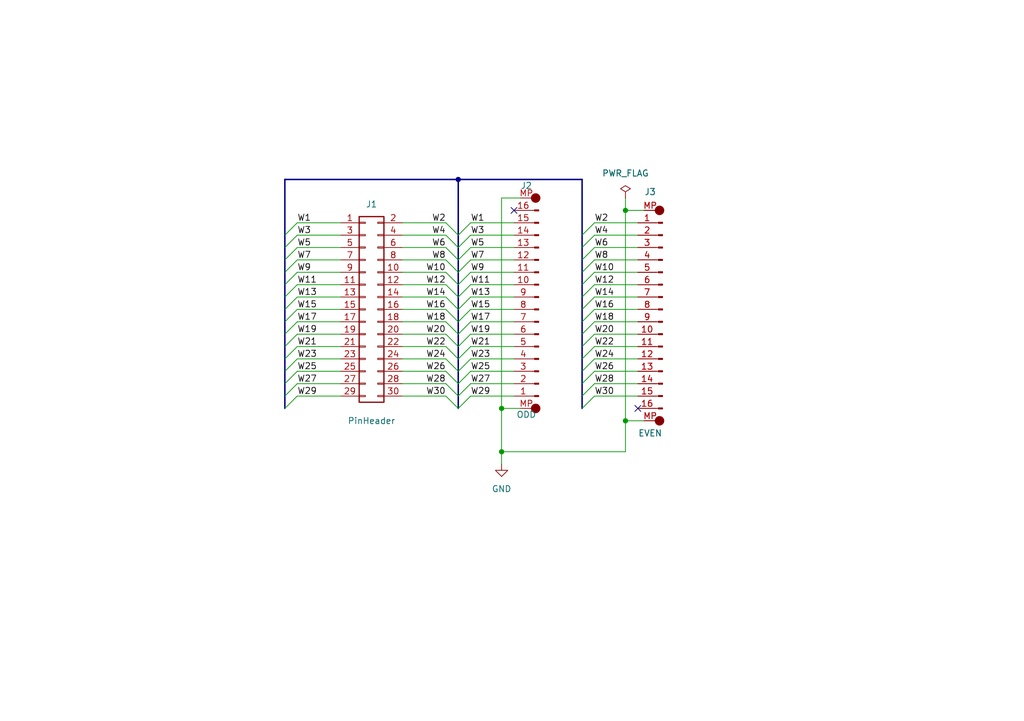
<source format=kicad_sch>
(kicad_sch (version 20231120) (generator "eeschema") (generator_version "8.0")
  (paper "A5")
  (lib_symbols
    (symbol "local:Conn_01x16_Pin" (pin_names (offset 1.016) hide)
      (property "Reference" "J" (at -0.254 25.4 0))
      (property "Value" "Conn_01x16_Pin" (at -0.254 -27.432 0))
      (symbol "Conn_01x16_Pin_1_1"
        (circle (center -1.905 -21.59) (radius 0.898) (fill (type outline)))
        (circle (center -1.905 21.59) (radius 0.898) (fill (type outline)))
        (rectangle (start -1.6764 -18.923) (end -2.54 -19.177) (stroke (width 0.1524)) (fill (type outline)))
        (rectangle (start -1.6764 -16.383) (end -2.54 -16.637) (stroke (width 0.1524)) (fill (type outline)))
        (rectangle (start -1.6764 -13.843) (end -2.54 -14.097) (stroke (width 0.1524)) (fill (type outline)))
        (rectangle (start -1.6764 -11.303) (end -2.54 -11.557) (stroke (width 0.1524)) (fill (type outline)))
        (rectangle (start -1.6764 -8.763) (end -2.54 -9.017) (stroke (width 0.1524)) (fill (type outline)))
        (rectangle (start -1.6764 -6.223) (end -2.54 -6.477) (stroke (width 0.1524)) (fill (type outline)))
        (rectangle (start -1.6764 -3.683) (end -2.54 -3.937) (stroke (width 0.1524)) (fill (type outline)))
        (rectangle (start -1.6764 -1.143) (end -2.54 -1.397) (stroke (width 0.1524)) (fill (type outline)))
        (rectangle (start -1.6764 1.397) (end -2.54 1.143) (stroke (width 0.1524)) (fill (type outline)))
        (rectangle (start -1.6764 3.937) (end -2.54 3.683) (stroke (width 0.1524)) (fill (type outline)))
        (rectangle (start -1.6764 6.477) (end -2.54 6.223) (stroke (width 0.1524)) (fill (type outline)))
        (rectangle (start -1.6764 9.017) (end -2.54 8.763) (stroke (width 0.1524)) (fill (type outline)))
        (rectangle (start -1.6764 11.557) (end -2.54 11.303) (stroke (width 0.1524)) (fill (type outline)))
        (rectangle (start -1.6764 14.097) (end -2.54 13.843) (stroke (width 0.1524)) (fill (type outline)))
        (rectangle (start -1.6764 16.637) (end -2.54 16.383) (stroke (width 0.1524)) (fill (type outline)))
        (rectangle (start -1.6764 19.177) (end -2.54 18.923) (stroke (width 0.1524)) (fill (type outline)))
        (polyline (pts (xy -1.27 -19.05) (xy -1.6764 -19.05)) (stroke (width 0.1524)))
        (polyline (pts (xy -1.27 -16.51) (xy -1.6764 -16.51)) (stroke (width 0.1524)))
        (polyline (pts (xy -1.27 -13.97) (xy -1.6764 -13.97)) (stroke (width 0.1524)))
        (polyline (pts (xy -1.27 -11.43) (xy -1.6764 -11.43)) (stroke (width 0.1524)))
        (polyline (pts (xy -1.27 -8.89) (xy -1.6764 -8.89)) (stroke (width 0.1524)))
        (polyline (pts (xy -1.27 -6.35) (xy -1.6764 -6.35)) (stroke (width 0.1524)))
        (polyline (pts (xy -1.27 -3.81) (xy -1.6764 -3.81)) (stroke (width 0.1524)))
        (polyline (pts (xy -1.27 -1.27) (xy -1.6764 -1.27)) (stroke (width 0.1524)))
        (polyline (pts (xy -1.27 1.27) (xy -1.6764 1.27)) (stroke (width 0.1524)))
        (polyline (pts (xy -1.27 3.81) (xy -1.6764 3.81)) (stroke (width 0.1524)))
        (polyline (pts (xy -1.27 6.35) (xy -1.6764 6.35)) (stroke (width 0.1524)))
        (polyline (pts (xy -1.27 8.89) (xy -1.6764 8.89)) (stroke (width 0.1524)))
        (polyline (pts (xy -1.27 11.43) (xy -1.6764 11.43)) (stroke (width 0.1524)))
        (polyline (pts (xy -1.27 13.97) (xy -1.6764 13.97)) (stroke (width 0.1524)))
        (polyline (pts (xy -1.27 16.51) (xy -1.6764 16.51)) (stroke (width 0.1524)))
        (polyline (pts (xy -1.27 19.05) (xy -1.6764 19.05)) (stroke (width 0.1524)))
        (pin passive line (at 2.54 19.05 180) (length 3.81) (name "Pin_1") (number "1"))
        (pin passive line (at 2.54 -3.81 180) (length 3.81) (name "Pin_10") (number "10"))
        (pin passive line (at 2.54 -6.35 180) (length 3.81) (name "Pin_11") (number "11"))
        (pin passive line (at 2.54 -8.89 180) (length 3.81) (name "Pin_12") (number "12"))
        (pin passive line (at 2.54 -11.43 180) (length 3.81) (name "Pin_13") (number "13"))
        (pin passive line (at 2.54 -13.97 180) (length 3.81) (name "Pin_14") (number "14"))
        (pin passive line (at 2.54 -16.51 180) (length 3.81) (name "Pin_15") (number "15"))
        (pin passive line (at 2.54 -19.05 180) (length 3.81) (name "Pin_16") (number "16"))
        (pin passive line (at 2.54 16.51 180) (length 3.81) (name "Pin_2") (number "2"))
        (pin passive line (at 2.54 13.97 180) (length 3.81) (name "Pin_3") (number "3"))
        (pin passive line (at 2.54 11.43 180) (length 3.81) (name "Pin_4") (number "4"))
        (pin passive line (at 2.54 8.89 180) (length 3.81) (name "Pin_5") (number "5"))
        (pin passive line (at 2.54 6.35 180) (length 3.81) (name "Pin_6") (number "6"))
        (pin passive line (at 2.54 3.81 180) (length 3.81) (name "Pin_7") (number "7"))
        (pin passive line (at 2.54 1.27 180) (length 3.81) (name "Pin_8") (number "8"))
        (pin passive line (at 2.54 -1.27 180) (length 3.81) (name "Pin_9") (number "9"))
        (pin input line (at 1.27 -21.59 180) (length 2.54) (name "MP") (number "MP"))
        (pin input line (at 1.27 21.59 180) (length 2.54) (name "MP") (number "MP"))
      )
    )
    (symbol "local:Conn_02x15_Odd_Even" (pin_names (offset 1.016) hide)
      (property "Reference" "J" (at 0 20.32 0))
      (property "Value" "Conn_02x15_Odd_Even" (at 0 -20.32 0))
      (symbol "Conn_02x15_Odd_Even_1_1"
        (rectangle (start -2.54 -17.653) (end -1.27 -17.907) (stroke (width 0.1524)))
        (rectangle (start -2.54 -15.113) (end -1.27 -15.367) (stroke (width 0.1524)))
        (rectangle (start -2.54 -12.573) (end -1.27 -12.827) (stroke (width 0.1524)))
        (rectangle (start -2.54 -10.033) (end -1.27 -10.287) (stroke (width 0.1524)))
        (rectangle (start -2.54 -7.493) (end -1.27 -7.747) (stroke (width 0.1524)))
        (rectangle (start -2.54 -4.953) (end -1.27 -5.207) (stroke (width 0.1524)))
        (rectangle (start -2.54 -2.413) (end -1.27 -2.667) (stroke (width 0.1524)))
        (rectangle (start -2.54 0.127) (end -1.27 -0.127) (stroke (width 0.1524)))
        (rectangle (start -2.54 2.667) (end -1.27 2.413) (stroke (width 0.1524)))
        (rectangle (start -2.54 5.207) (end -1.27 4.953) (stroke (width 0.1524)))
        (rectangle (start -2.54 7.747) (end -1.27 7.493) (stroke (width 0.1524)))
        (rectangle (start -2.54 10.287) (end -1.27 10.033) (stroke (width 0.1524)))
        (rectangle (start -2.54 12.827) (end -1.27 12.573) (stroke (width 0.1524)))
        (rectangle (start -2.54 15.367) (end -1.27 15.113) (stroke (width 0.1524)))
        (rectangle (start -2.54 17.907) (end -1.27 17.653) (stroke (width 0.1524)))
        (rectangle (start -2.54 19.05) (end 2.54 -19.05) (stroke (width 0.254)))
        (rectangle (start 2.54 -17.653) (end 1.27 -17.907) (stroke (width 0.1524)))
        (rectangle (start 2.54 -15.113) (end 1.27 -15.367) (stroke (width 0.1524)))
        (rectangle (start 2.54 -12.573) (end 1.27 -12.827) (stroke (width 0.1524)))
        (rectangle (start 2.54 -10.033) (end 1.27 -10.287) (stroke (width 0.1524)))
        (rectangle (start 2.54 -7.493) (end 1.27 -7.747) (stroke (width 0.1524)))
        (rectangle (start 2.54 -4.953) (end 1.27 -5.207) (stroke (width 0.1524)))
        (rectangle (start 2.54 -2.413) (end 1.27 -2.667) (stroke (width 0.1524)))
        (rectangle (start 2.54 0.127) (end 1.27 -0.127) (stroke (width 0.1524)))
        (rectangle (start 2.54 2.667) (end 1.27 2.413) (stroke (width 0.1524)))
        (rectangle (start 2.54 5.207) (end 1.27 4.953) (stroke (width 0.1524)))
        (rectangle (start 2.54 7.747) (end 1.27 7.493) (stroke (width 0.1524)))
        (rectangle (start 2.54 10.287) (end 1.27 10.033) (stroke (width 0.1524)))
        (rectangle (start 2.54 12.827) (end 1.27 12.573) (stroke (width 0.1524)))
        (rectangle (start 2.54 15.367) (end 1.27 15.113) (stroke (width 0.1524)))
        (rectangle (start 2.54 17.907) (end 1.27 17.653) (stroke (width 0.1524)))
        (pin passive line (at -6.35 17.78 0) (length 3.81) (name "Pin_1") (number "1"))
        (pin passive line (at 6.35 7.62 180) (length 3.81) (name "Pin_10") (number "10"))
        (pin passive line (at -6.35 5.08 0) (length 3.81) (name "Pin_11") (number "11"))
        (pin passive line (at 6.35 5.08 180) (length 3.81) (name "Pin_12") (number "12"))
        (pin passive line (at -6.35 2.54 0) (length 3.81) (name "Pin_13") (number "13"))
        (pin passive line (at 6.35 2.54 180) (length 3.81) (name "Pin_14") (number "14"))
        (pin passive line (at -6.35 0 0) (length 3.81) (name "Pin_15") (number "15"))
        (pin passive line (at 6.35 0 180) (length 3.81) (name "Pin_16") (number "16"))
        (pin passive line (at -6.35 -2.54 0) (length 3.81) (name "Pin_17") (number "17"))
        (pin passive line (at 6.35 -2.54 180) (length 3.81) (name "Pin_18") (number "18"))
        (pin passive line (at -6.35 -5.08 0) (length 3.81) (name "Pin_19") (number "19"))
        (pin passive line (at 6.35 17.78 180) (length 3.81) (name "Pin_2") (number "2"))
        (pin passive line (at 6.35 -5.08 180) (length 3.81) (name "Pin_20") (number "20"))
        (pin passive line (at -6.35 -7.62 0) (length 3.81) (name "Pin_21") (number "21"))
        (pin passive line (at 6.35 -7.62 180) (length 3.81) (name "Pin_22") (number "22"))
        (pin passive line (at -6.35 -10.16 0) (length 3.81) (name "Pin_23") (number "23"))
        (pin passive line (at 6.35 -10.16 180) (length 3.81) (name "Pin_24") (number "24"))
        (pin passive line (at -6.35 -12.7 0) (length 3.81) (name "Pin_25") (number "25"))
        (pin passive line (at 6.35 -12.7 180) (length 3.81) (name "Pin_26") (number "26"))
        (pin passive line (at -6.35 -15.24 0) (length 3.81) (name "Pin_27") (number "27"))
        (pin passive line (at 6.35 -15.24 180) (length 3.81) (name "Pin_28") (number "28"))
        (pin passive line (at -6.35 -17.78 0) (length 3.81) (name "Pin_29") (number "29"))
        (pin passive line (at -6.35 15.24 0) (length 3.81) (name "Pin_3") (number "3"))
        (pin passive line (at 6.35 -17.78 180) (length 3.81) (name "Pin_30") (number "30"))
        (pin passive line (at 6.35 15.24 180) (length 3.81) (name "Pin_4") (number "4"))
        (pin passive line (at -6.35 12.7 0) (length 3.81) (name "Pin_5") (number "5"))
        (pin passive line (at 6.35 12.7 180) (length 3.81) (name "Pin_6") (number "6"))
        (pin passive line (at -6.35 10.16 0) (length 3.81) (name "Pin_7") (number "7"))
        (pin passive line (at 6.35 10.16 180) (length 3.81) (name "Pin_8") (number "8"))
        (pin passive line (at -6.35 7.62 0) (length 3.81) (name "Pin_9") (number "9"))
      )
    )
    (symbol "power:GND" (power) (pin_numbers hide) (pin_names (offset 0) hide)
      (property "Value" "GND" (at 0 -3.81 0))
      (symbol "GND_0_1"
        (polyline (pts (xy 0 0) (xy 0 -1.27) (xy 1.27 -1.27) (xy 0 -2.54) (xy -1.27 -1.27) (xy 0 -1.27)))
      )
      (symbol "GND_1_1"
        (pin power_in line (at 0 0 270) (length 0) (name "~") (number "1"))
      )
    )
    (symbol "power:PWR_FLAG" (power) (pin_numbers hide) (pin_names (offset 0) hide)
      (property "Value" "PWR_FLAG" (at 0 3.81 0))
      (symbol "PWR_FLAG_0_0"
        (pin power_out line (at 0 0 90) (length 0) (name "~") (number "1"))
      )
      (symbol "PWR_FLAG_0_1"
        (polyline (pts (xy 0 0) (xy 0 1.27) (xy -1.016 1.905) (xy 0 2.54) (xy 1.016 1.905) (xy 0 1.27)))
      )
    )
  )
  (junction (at 93.98 36.83))
  (junction (at 128.27 86.36))
  (junction (at 102.87 83.82))
  (junction (at 102.87 92.71))
  (junction (at 128.27 43.18))
  (no_connect (at 105.41 43.18))
  (no_connect (at 130.81 83.82))
  (bus_entry (at 96.52 60.96) (size -2.54 2.54))
  (bus_entry (at 91.44 66.04) (size 2.54 2.54))
  (bus_entry (at 91.44 58.42) (size 2.54 2.54))
  (bus_entry (at 91.44 48.26) (size 2.54 2.54))
  (bus_entry (at 121.92 58.42) (size -2.54 2.54))
  (bus_entry (at 91.44 45.72) (size 2.54 2.54))
  (bus_entry (at 91.44 60.96) (size 2.54 2.54))
  (bus_entry (at 121.92 53.34) (size -2.54 2.54))
  (bus_entry (at 96.52 45.72) (size -2.54 2.54))
  (bus_entry (at 121.92 45.72) (size -2.54 2.54))
  (bus_entry (at 121.92 81.28) (size -2.54 2.54))
  (bus_entry (at 91.44 50.8) (size 2.54 2.54))
  (bus_entry (at 91.44 63.5) (size 2.54 2.54))
  (bus_entry (at 60.96 71.12) (size -2.54 2.54))
  (bus_entry (at 121.92 68.58) (size -2.54 2.54))
  (bus_entry (at 96.52 71.12) (size -2.54 2.54))
  (bus_entry (at 60.96 48.26) (size -2.54 2.54))
  (bus_entry (at 96.52 76.2) (size -2.54 2.54))
  (bus_entry (at 60.96 76.2) (size -2.54 2.54))
  (bus_entry (at 91.44 55.88) (size 2.54 2.54))
  (bus_entry (at 60.96 63.5) (size -2.54 2.54))
  (bus_entry (at 91.44 78.74) (size 2.54 2.54))
  (bus_entry (at 60.96 50.8) (size -2.54 2.54))
  (bus_entry (at 60.96 68.58) (size -2.54 2.54))
  (bus_entry (at 96.52 73.66) (size -2.54 2.54))
  (bus_entry (at 121.92 48.26) (size -2.54 2.54))
  (bus_entry (at 96.52 63.5) (size -2.54 2.54))
  (bus_entry (at 121.92 73.66) (size -2.54 2.54))
  (bus_entry (at 121.92 78.74) (size -2.54 2.54))
  (bus_entry (at 121.92 60.96) (size -2.54 2.54))
  (bus_entry (at 60.96 55.88) (size -2.54 2.54))
  (bus_entry (at 91.44 53.34) (size 2.54 2.54))
  (bus_entry (at 91.44 73.66) (size 2.54 2.54))
  (bus_entry (at 60.96 81.28) (size -2.54 2.54))
  (bus_entry (at 121.92 76.2) (size -2.54 2.54))
  (bus_entry (at 91.44 68.58) (size 2.54 2.54))
  (bus_entry (at 121.92 63.5) (size -2.54 2.54))
  (bus_entry (at 60.96 58.42) (size -2.54 2.54))
  (bus_entry (at 96.52 78.74) (size -2.54 2.54))
  (bus_entry (at 60.96 78.74) (size -2.54 2.54))
  (bus_entry (at 96.52 48.26) (size -2.54 2.54))
  (bus_entry (at 60.96 73.66) (size -2.54 2.54))
  (bus_entry (at 96.52 66.04) (size -2.54 2.54))
  (bus_entry (at 96.52 53.34) (size -2.54 2.54))
  (bus_entry (at 91.44 81.28) (size 2.54 2.54))
  (bus_entry (at 60.96 60.96) (size -2.54 2.54))
  (bus_entry (at 60.96 53.34) (size -2.54 2.54))
  (bus_entry (at 121.92 50.8) (size -2.54 2.54))
  (bus_entry (at 121.92 55.88) (size -2.54 2.54))
  (bus_entry (at 96.52 68.58) (size -2.54 2.54))
  (bus_entry (at 96.52 55.88) (size -2.54 2.54))
  (bus_entry (at 60.96 66.04) (size -2.54 2.54))
  (bus_entry (at 91.44 76.2) (size 2.54 2.54))
  (bus_entry (at 91.44 71.12) (size 2.54 2.54))
  (bus_entry (at 121.92 66.04) (size -2.54 2.54))
  (bus_entry (at 96.52 50.8) (size -2.54 2.54))
  (bus_entry (at 96.52 58.42) (size -2.54 2.54))
  (bus_entry (at 96.52 81.28) (size -2.54 2.54))
  (bus_entry (at 60.96 45.72) (size -2.54 2.54))
  (bus_entry (at 121.92 71.12) (size -2.54 2.54))
  (bus (pts (xy 93.98 66.04) (xy 93.98 68.58)))
  (wire (pts (xy 128.27 43.18) (xy 128.27 86.36)))
  (bus (pts (xy 93.98 55.88) (xy 93.98 53.34)))
  (bus (pts (xy 119.38 53.34) (xy 119.38 50.8)))
  (bus (pts (xy 93.98 36.83) (xy 119.38 36.83)))
  (bus (pts (xy 93.98 53.34) (xy 93.98 50.8)))
  (wire (pts (xy 69.85 60.96) (xy 60.96 60.96)))
  (wire (pts (xy 69.85 71.12) (xy 60.96 71.12)))
  (bus (pts (xy 93.98 63.5) (xy 93.98 66.04)))
  (wire (pts (xy 105.41 73.66) (xy 96.52 73.66)))
  (wire (pts (xy 128.27 86.36) (xy 132.08 86.36)))
  (bus (pts (xy 58.42 55.88) (xy 58.42 53.34)))
  (wire (pts (xy 105.41 81.28) (xy 96.52 81.28)))
  (bus (pts (xy 93.98 50.8) (xy 93.98 48.26)))
  (bus (pts (xy 58.42 36.83) (xy 93.98 36.83)))
  (wire (pts (xy 130.81 58.42) (xy 121.92 58.42)))
  (wire (pts (xy 69.85 45.72) (xy 60.96 45.72)))
  (wire (pts (xy 105.41 78.74) (xy 96.52 78.74)))
  (wire (pts (xy 82.55 76.2) (xy 91.44 76.2)))
  (bus (pts (xy 93.98 36.83) (xy 93.98 48.26)))
  (bus (pts (xy 58.42 76.2) (xy 58.42 78.74)))
  (wire (pts (xy 105.41 45.72) (xy 96.52 45.72)))
  (bus (pts (xy 119.38 83.82) (xy 119.38 81.28)))
  (bus (pts (xy 58.42 60.96) (xy 58.42 58.42)))
  (bus (pts (xy 119.38 50.8) (xy 119.38 48.26)))
  (wire (pts (xy 102.87 92.71) (xy 128.27 92.71)))
  (wire (pts (xy 82.55 81.28) (xy 91.44 81.28)))
  (wire (pts (xy 130.81 48.26) (xy 121.92 48.26)))
  (wire (pts (xy 69.85 50.8) (xy 60.96 50.8)))
  (bus (pts (xy 119.38 66.04) (xy 119.38 63.5)))
  (wire (pts (xy 82.55 60.96) (xy 91.44 60.96)))
  (bus (pts (xy 119.38 60.96) (xy 119.38 58.42)))
  (bus (pts (xy 119.38 68.58) (xy 119.38 66.04)))
  (wire (pts (xy 105.41 76.2) (xy 96.52 76.2)))
  (wire (pts (xy 69.85 58.42) (xy 60.96 58.42)))
  (wire (pts (xy 105.41 55.88) (xy 96.52 55.88)))
  (wire (pts (xy 130.81 45.72) (xy 121.92 45.72)))
  (wire (pts (xy 130.81 71.12) (xy 121.92 71.12)))
  (bus (pts (xy 93.98 60.96) (xy 93.98 63.5)))
  (wire (pts (xy 82.55 78.74) (xy 91.44 78.74)))
  (wire (pts (xy 130.81 60.96) (xy 121.92 60.96)))
  (wire (pts (xy 130.81 66.04) (xy 121.92 66.04)))
  (bus (pts (xy 119.38 76.2) (xy 119.38 73.66)))
  (wire (pts (xy 82.55 53.34) (xy 91.44 53.34)))
  (wire (pts (xy 69.85 48.26) (xy 60.96 48.26)))
  (wire (pts (xy 69.85 68.58) (xy 60.96 68.58)))
  (bus (pts (xy 93.98 58.42) (xy 93.98 55.88)))
  (wire (pts (xy 82.55 48.26) (xy 91.44 48.26)))
  (bus (pts (xy 93.98 68.58) (xy 93.98 71.12)))
  (bus (pts (xy 119.38 48.26) (xy 119.38 36.83)))
  (bus (pts (xy 58.42 81.28) (xy 58.42 83.82)))
  (wire (pts (xy 69.85 66.04) (xy 60.96 66.04)))
  (bus (pts (xy 93.98 73.66) (xy 93.98 76.2)))
  (bus (pts (xy 58.42 66.04) (xy 58.42 68.58)))
  (wire (pts (xy 130.81 53.34) (xy 121.92 53.34)))
  (bus (pts (xy 93.98 73.66) (xy 93.98 71.12)))
  (bus (pts (xy 119.38 71.12) (xy 119.38 68.58)))
  (wire (pts (xy 105.41 50.8) (xy 96.52 50.8)))
  (wire (pts (xy 130.81 81.28) (xy 121.92 81.28)))
  (wire (pts (xy 105.41 71.12) (xy 96.52 71.12)))
  (bus (pts (xy 58.42 53.34) (xy 58.42 50.8)))
  (wire (pts (xy 69.85 55.88) (xy 60.96 55.88)))
  (wire (pts (xy 105.41 53.34) (xy 96.52 53.34)))
  (wire (pts (xy 130.81 78.74) (xy 121.92 78.74)))
  (wire (pts (xy 102.87 40.64) (xy 106.68 40.64)))
  (wire (pts (xy 130.81 55.88) (xy 121.92 55.88)))
  (bus (pts (xy 93.98 81.28) (xy 93.98 83.82)))
  (wire (pts (xy 82.55 66.04) (xy 91.44 66.04)))
  (wire (pts (xy 69.85 53.34) (xy 60.96 53.34)))
  (wire (pts (xy 130.81 76.2) (xy 121.92 76.2)))
  (bus (pts (xy 58.42 73.66) (xy 58.42 71.12)))
  (wire (pts (xy 105.41 48.26) (xy 96.52 48.26)))
  (wire (pts (xy 69.85 76.2) (xy 60.96 76.2)))
  (wire (pts (xy 69.85 73.66) (xy 60.96 73.66)))
  (bus (pts (xy 58.42 36.83) (xy 58.42 48.26)))
  (wire (pts (xy 105.41 68.58) (xy 96.52 68.58)))
  (bus (pts (xy 58.42 78.74) (xy 58.42 81.28)))
  (wire (pts (xy 105.41 58.42) (xy 96.52 58.42)))
  (wire (pts (xy 69.85 78.74) (xy 60.96 78.74)))
  (wire (pts (xy 105.41 63.5) (xy 96.52 63.5)))
  (wire (pts (xy 82.55 50.8) (xy 91.44 50.8)))
  (bus (pts (xy 119.38 78.74) (xy 119.38 76.2)))
  (wire (pts (xy 105.41 60.96) (xy 96.52 60.96)))
  (wire (pts (xy 102.87 83.82) (xy 102.87 92.71)))
  (wire (pts (xy 130.81 50.8) (xy 121.92 50.8)))
  (wire (pts (xy 128.27 86.36) (xy 128.27 92.71)))
  (wire (pts (xy 82.55 71.12) (xy 91.44 71.12)))
  (bus (pts (xy 58.42 60.96) (xy 58.42 63.5)))
  (bus (pts (xy 119.38 55.88) (xy 119.38 53.34)))
  (bus (pts (xy 58.42 63.5) (xy 58.42 66.04)))
  (bus (pts (xy 58.42 58.42) (xy 58.42 55.88)))
  (wire (pts (xy 102.87 92.71) (xy 102.87 95.25)))
  (wire (pts (xy 106.68 83.82) (xy 102.87 83.82)))
  (wire (pts (xy 128.27 40.64) (xy 128.27 43.18)))
  (wire (pts (xy 105.41 66.04) (xy 96.52 66.04)))
  (wire (pts (xy 102.87 83.82) (xy 102.87 40.64)))
  (bus (pts (xy 93.98 78.74) (xy 93.98 81.28)))
  (bus (pts (xy 58.42 73.66) (xy 58.42 76.2)))
  (bus (pts (xy 93.98 76.2) (xy 93.98 78.74)))
  (wire (pts (xy 82.55 73.66) (xy 91.44 73.66)))
  (wire (pts (xy 82.55 55.88) (xy 91.44 55.88)))
  (wire (pts (xy 130.81 63.5) (xy 121.92 63.5)))
  (wire (pts (xy 132.08 43.18) (xy 128.27 43.18)))
  (bus (pts (xy 119.38 73.66) (xy 119.38 71.12)))
  (bus (pts (xy 119.38 63.5) (xy 119.38 60.96)))
  (wire (pts (xy 82.55 58.42) (xy 91.44 58.42)))
  (wire (pts (xy 82.55 68.58) (xy 91.44 68.58)))
  (bus (pts (xy 119.38 58.42) (xy 119.38 55.88)))
  (bus (pts (xy 119.38 81.28) (xy 119.38 78.74)))
  (wire (pts (xy 69.85 63.5) (xy 60.96 63.5)))
  (wire (pts (xy 69.85 81.28) (xy 60.96 81.28)))
  (bus (pts (xy 58.42 50.8) (xy 58.42 48.26)))
  (bus (pts (xy 58.42 68.58) (xy 58.42 71.12)))
  (wire (pts (xy 82.55 45.72) (xy 91.44 45.72)))
  (wire (pts (xy 130.81 73.66) (xy 121.92 73.66)))
  (bus (pts (xy 93.98 60.96) (xy 93.98 58.42)))
  (wire (pts (xy 82.55 63.5) (xy 91.44 63.5)))
  (wire (pts (xy 130.81 68.58) (xy 121.92 68.58)))
  (label "W15" (at 96.52 63.5 0))
  (label "W8" (at 91.44 53.34 180))
  (label "W28" (at 121.92 78.74 0))
  (label "W12" (at 121.92 58.42 0))
  (label "W27" (at 60.96 78.74 0))
  (label "W16" (at 121.92 63.5 0))
  (label "W24" (at 121.92 73.66 0))
  (label "W8" (at 121.92 53.34 0))
  (label "W27" (at 96.52 78.74 0))
  (label "W19" (at 60.96 68.58 0))
  (label "W30" (at 121.92 81.28 0))
  (label "W7" (at 60.96 53.34 0))
  (label "W9" (at 96.52 55.88 0))
  (label "W1" (at 96.52 45.72 0))
  (label "W10" (at 121.92 55.88 0))
  (label "W11" (at 96.52 58.42 0))
  (label "W15" (at 60.96 63.5 0))
  (label "W22" (at 91.44 71.12 180))
  (label "W16" (at 91.44 63.5 180))
  (label "W1" (at 60.96 45.72 0))
  (label "W20" (at 121.92 68.58 0))
  (label "W11" (at 60.96 58.42 0))
  (label "W6" (at 121.92 50.8 0))
  (label "W20" (at 91.44 68.58 180))
  (label "W14" (at 121.92 60.96 0))
  (label "W13" (at 60.96 60.96 0))
  (label "W5" (at 96.52 50.8 0))
  (label "W10" (at 91.44 55.88 180))
  (label "W23" (at 60.96 73.66 0))
  (label "W28" (at 91.44 78.74 180))
  (label "W19" (at 96.52 68.58 0))
  (label "W13" (at 96.52 60.96 0))
  (label "W4" (at 121.92 48.26 0))
  (label "W21" (at 60.96 71.12 0))
  (label "W22" (at 121.92 71.12 0))
  (label "W17" (at 96.52 66.04 0))
  (label "W23" (at 96.52 73.66 0))
  (label "W5" (at 60.96 50.8 0))
  (label "W9" (at 60.96 55.88 0))
  (label "W18" (at 121.92 66.04 0))
  (label "W3" (at 60.96 48.26 0))
  (label "W12" (at 91.44 58.42 180))
  (label "W24" (at 91.44 73.66 180))
  (label "W30" (at 91.44 81.28 180))
  (label "W29" (at 60.96 81.28 0))
  (label "W21" (at 96.52 71.12 0))
  (label "W7" (at 96.52 53.34 0))
  (label "W25" (at 60.96 76.2 0))
  (label "W29" (at 96.52 81.28 0))
  (label "W18" (at 91.44 66.04 180))
  (label "W26" (at 121.92 76.2 0))
  (label "W25" (at 96.52 76.2 0))
  (label "W26" (at 91.44 76.2 180))
  (label "W17" (at 60.96 66.04 0))
  (label "W2" (at 121.92 45.72 0))
  (label "W2" (at 91.44 45.72 180))
  (label "W6" (at 91.44 50.8 180))
  (label "W4" (at 91.44 48.26 180))
  (label "W3" (at 96.52 48.26 0))
  (label "W14" (at 91.44 60.96 180))
  (symbol (lib_id "local:Conn_02x15_Odd_Even") (at 76.2 63.5 0) (unit 1)
    (property "Reference" "J1" (at 76.2 41.91 0))
    (property "Value" "PinHeader" (at 76.2 86.36 0))
    (property "Footprint" "Connector_PinHeader_2.54mm:PinHeader_2x15_P2.54mm_Horizontal" (effects (hide yes)))
    (property "Description" "Generic connector, double row, 02x15, odd/even pin numbering scheme (row 1 odd numbers, row 2 even numbers), script generated (kicad-library-utils/schlib/autogen/connector/)" (effects (hide yes)))
  )
  (symbol (lib_name "local:Conn_01x16_Pin") (lib_id "local:Conn_01x16_Pin") (at 133.35 64.77 0) (mirror y) (unit 1)
    (property "Reference" "J3" (at 133.35 39.37 0))
    (property "Value" "EVEN" (at 133.35 88.9 0))
    (property "Footprint" "Connector_FFC-FPC:Hirose_FH12-16S-0.5SH_1x16-1MP_P0.50mm_Horizontal" (effects (hide yes)))
    (property "Description" "Generic connector, single row, 01x16, script generated" (effects (hide yes)))
  )
  (symbol (lib_id "power:GND") (at 102.87 95.25 0) (unit 1)
    (property "Reference" "#PWR01" (effects (hide yes)))
    (property "Value" "GND" (at 102.87 100.33 0))
    (property "Description" "Power symbol creates a global label with name \"GND\" , ground" (effects (hide yes)))
  )
  (symbol (lib_id "power:PWR_FLAG") (at 128.27 40.64 0) (unit 1)
    (property "Reference" "#FLG01" (effects (hide yes)))
    (property "Value" "PWR_FLAG" (at 128.27 35.56 0))
    (property "Description" "Special symbol for telling ERC where power comes from" (effects (hide yes)))
  )
  (symbol (lib_name "local:Conn_01x16_Pin") (lib_id "local:Conn_01x16_Pin") (at 107.95 62.23 180) (unit 1)
    (property "Reference" "J2" (at 107.95 38.1 0))
    (property "Value" "ODD" (at 107.95 85.09 0))
    (property "Footprint" "Connector_FFC-FPC:Hirose_FH12-16S-0.5SH_1x16-1MP_P0.50mm_Horizontal" (effects (hide yes)))
    (property "Description" "Generic connector, single row, 01x16, script generated" (effects (hide yes)))
  )
)
</source>
